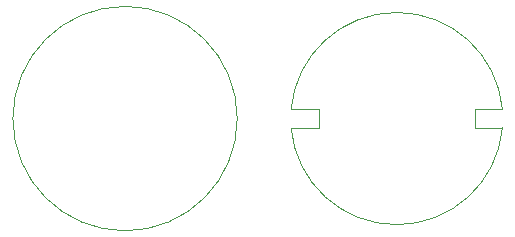
<source format=gbr>
G04 #@! TF.FileFunction,Profile,NP*
%FSLAX46Y46*%
G04 Gerber Fmt 4.6, Leading zero omitted, Abs format (unit mm)*
G04 Created by KiCad (PCBNEW 4.0.5+dfsg1-4) date Mon Mar 11 19:24:06 2019*
%MOMM*%
%LPD*%
G01*
G04 APERTURE LIST*
%ADD10C,0.100000*%
G04 APERTURE END LIST*
D10*
X37500687Y-28000000D02*
G75*
G03X37500687Y-28000000I-9500687J0D01*
G01*
X44400000Y-27225000D02*
X44375000Y-27225000D01*
X44400000Y-28775000D02*
X44400000Y-27225000D01*
X44400000Y-28775000D02*
X42050000Y-28775000D01*
X44400000Y-27225000D02*
X42050000Y-27225000D01*
X57600000Y-27225000D02*
X57600000Y-28775000D01*
X57600000Y-27225000D02*
X59950000Y-27225000D01*
X57600000Y-28775000D02*
X59950000Y-28775000D01*
X59948607Y-27209075D02*
G75*
G03X42050000Y-27225000I-8948607J-790925D01*
G01*
X42051393Y-28790925D02*
G75*
G03X59950000Y-28775000I8948607J790925D01*
G01*
M02*

</source>
